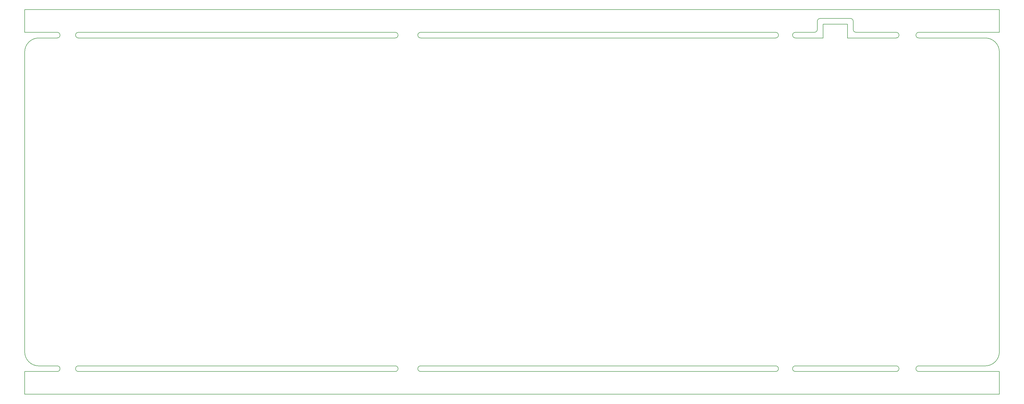
<source format=gbr>
G04 #@! TF.GenerationSoftware,KiCad,Pcbnew,(5.1.2)-2*
G04 #@! TF.CreationDate,2019-07-11T11:24:40+07:00*
G04 #@! TF.ProjectId,PCB,5043422e-6b69-4636-9164-5f7063625858,a*
G04 #@! TF.SameCoordinates,Original*
G04 #@! TF.FileFunction,Profile,NP*
%FSLAX46Y46*%
G04 Gerber Fmt 4.6, Leading zero omitted, Abs format (unit mm)*
G04 Created by KiCad (PCBNEW (5.1.2)-2) date 2019-07-11 11:24:40*
%MOMM*%
%LPD*%
G04 APERTURE LIST*
%ADD10C,0.150000*%
%ADD11C,0.200000*%
G04 APERTURE END LIST*
D10*
X3500791Y-110000010D02*
X-7999209Y-110012323D01*
X11000791Y-108000010D02*
X123000791Y-108000010D01*
X132000791Y-108000010D02*
X257500791Y-108000010D01*
X264500791Y-108000010D02*
X300112145Y-108000010D01*
X331612145Y-108012323D02*
X308112145Y-108000010D01*
X308112145Y-110000010D02*
X336612145Y-110012323D01*
X264500791Y-110000010D02*
X300112145Y-110000010D01*
X132000791Y-110000010D02*
X257500791Y-110000010D01*
X11000791Y-110000010D02*
X123000791Y-110000010D01*
X3500791Y-108000010D02*
X-2999209Y-108012323D01*
X264500791Y-110000010D02*
G75*
G02X264500791Y-108000010I0J1000000D01*
G01*
X132000791Y-110000010D02*
G75*
G02X132000791Y-108000010I0J1000000D01*
G01*
X257500791Y-108000010D02*
G75*
G02X257500791Y-110000010I0J-1000000D01*
G01*
X123000791Y-108000010D02*
G75*
G02X123000791Y-110000010I0J-1000000D01*
G01*
X308112145Y-110000010D02*
G75*
G02X308112145Y-108000010I0J1000000D01*
G01*
X300112145Y-108000010D02*
G75*
G02X300112145Y-110000010I0J-1000000D01*
G01*
X11000791Y-110000010D02*
G75*
G02X11000791Y-108000010I0J1000000D01*
G01*
X3500791Y-108000010D02*
G75*
G02X3500791Y-110000010I0J-1000000D01*
G01*
X-7999209Y-118012323D02*
X-7999209Y-110012323D01*
X336612145Y-118012323D02*
X-7999209Y-118012323D01*
X336612145Y-110012323D02*
X336612145Y-118012323D01*
X331612145Y7999990D02*
X308112145Y7999990D01*
X308112145Y9999990D02*
X336612145Y9999990D01*
X308112145Y7999990D02*
G75*
G02X308112145Y9999990I0J1000000D01*
G01*
X300112145Y9999990D02*
G75*
G02X300112145Y7999990I0J-1000000D01*
G01*
X285933399Y9999990D02*
X300112145Y9999990D01*
X285933399Y9999990D02*
G75*
G02X284933399Y10999990I0J1000000D01*
G01*
X284933399Y13907518D02*
X284933399Y10999990D01*
X283933399Y14907518D02*
G75*
G02X284933399Y13907518I0J-1000000D01*
G01*
X273243399Y14907518D02*
X283933399Y14907518D01*
X272243399Y13907518D02*
G75*
G02X273243399Y14907518I1000000J0D01*
G01*
X272243399Y10999990D02*
X272243399Y13907518D01*
X272243399Y10999990D02*
G75*
G02X271243399Y9999990I-1000000J0D01*
G01*
X264500791Y9999990D02*
X271243399Y9999990D01*
X264500791Y7999990D02*
X274243399Y7999990D01*
X264500791Y7999990D02*
G75*
G02X264500791Y9999990I0J1000000D01*
G01*
X257500791Y9999990D02*
G75*
G02X257500791Y7999990I0J-1000000D01*
G01*
X132000791Y7999990D02*
X257500791Y7999990D01*
X132000791Y9999990D02*
X257500791Y9999990D01*
X132000791Y7999990D02*
G75*
G02X132000791Y9999990I0J1000000D01*
G01*
X123000791Y9999990D02*
G75*
G02X123000791Y7999990I0J-1000000D01*
G01*
X3500791Y7999990D02*
X-2999209Y7999990D01*
X11000791Y9999990D02*
X123000791Y9999990D01*
X11000791Y7999990D02*
G75*
G02X11000791Y9999990I0J1000000D01*
G01*
X3500791Y9999990D02*
G75*
G02X3500791Y7999990I0J-1000000D01*
G01*
X-7999209Y9999990D02*
X3500791Y9999990D01*
X336612145Y17999990D02*
X336612145Y9999990D01*
X-7999209Y17999990D02*
X336612145Y17999990D01*
X-7999209Y9999990D02*
X-7999209Y17999990D01*
D11*
X282933399Y12907518D02*
X274243399Y12907518D01*
X282933399Y7999990D02*
X282933399Y12907518D01*
X274243399Y12907518D02*
X274243399Y7999990D01*
X282933399Y7999990D02*
X300112145Y7999990D01*
X-2999209Y-108012323D02*
G75*
G02X-7999209Y-103012323I0J5000000D01*
G01*
X-7999209Y2999990D02*
G75*
G02X-2999209Y7999990I5000000J0D01*
G01*
X336612145Y-103012323D02*
G75*
G02X331612145Y-108012323I-5000000J0D01*
G01*
X331612145Y7999990D02*
G75*
G02X336612145Y2999990I0J-5000000D01*
G01*
X123000791Y7999990D02*
X11000791Y7999990D01*
X336612145Y-103012323D02*
X336612145Y2999990D01*
X-7999209Y2999990D02*
X-7999209Y-103012323D01*
M02*

</source>
